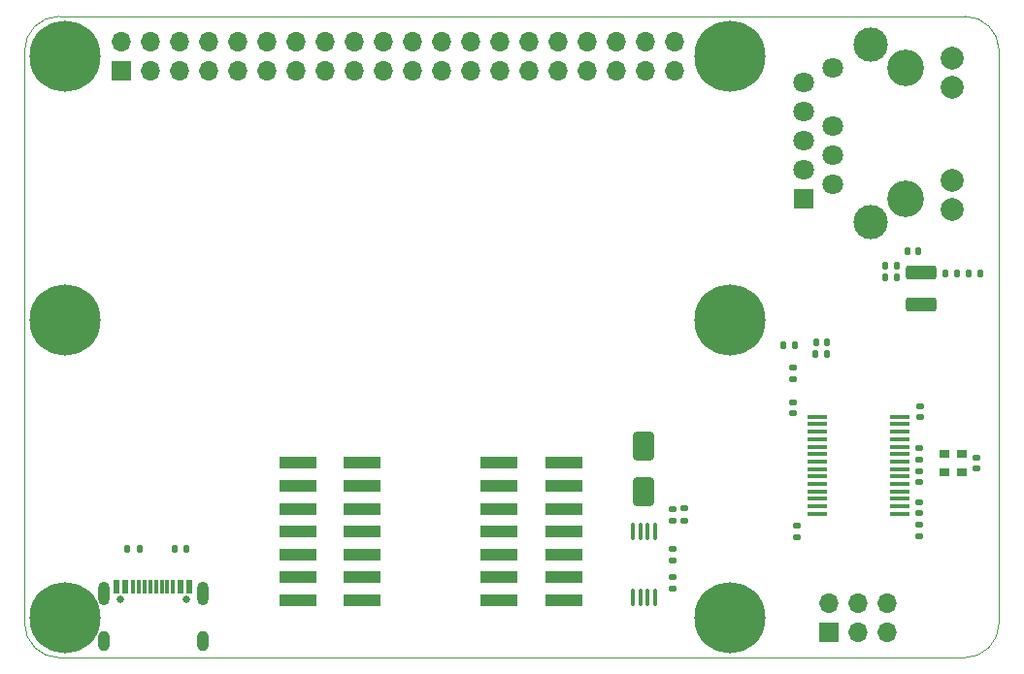
<source format=gbr>
G04 #@! TF.GenerationSoftware,KiCad,Pcbnew,8.0.3*
G04 #@! TF.CreationDate,2024-07-26T16:49:24+02:00*
G04 #@! TF.ProjectId,ice4pi,69636534-7069-42e6-9b69-6361645f7063,rev?*
G04 #@! TF.SameCoordinates,PX2faf080PY2ebae40*
G04 #@! TF.FileFunction,Soldermask,Top*
G04 #@! TF.FilePolarity,Negative*
%FSLAX46Y46*%
G04 Gerber Fmt 4.6, Leading zero omitted, Abs format (unit mm)*
G04 Created by KiCad (PCBNEW 8.0.3) date 2024-07-26 16:49:24*
%MOMM*%
%LPD*%
G01*
G04 APERTURE LIST*
G04 Aperture macros list*
%AMRoundRect*
0 Rectangle with rounded corners*
0 $1 Rounding radius*
0 $2 $3 $4 $5 $6 $7 $8 $9 X,Y pos of 4 corners*
0 Add a 4 corners polygon primitive as box body*
4,1,4,$2,$3,$4,$5,$6,$7,$8,$9,$2,$3,0*
0 Add four circle primitives for the rounded corners*
1,1,$1+$1,$2,$3*
1,1,$1+$1,$4,$5*
1,1,$1+$1,$6,$7*
1,1,$1+$1,$8,$9*
0 Add four rect primitives between the rounded corners*
20,1,$1+$1,$2,$3,$4,$5,0*
20,1,$1+$1,$4,$5,$6,$7,0*
20,1,$1+$1,$6,$7,$8,$9,0*
20,1,$1+$1,$8,$9,$2,$3,0*%
G04 Aperture macros list end*
%ADD10RoundRect,0.135000X0.135000X0.185000X-0.135000X0.185000X-0.135000X-0.185000X0.135000X-0.185000X0*%
%ADD11RoundRect,0.140000X0.170000X-0.140000X0.170000X0.140000X-0.170000X0.140000X-0.170000X-0.140000X0*%
%ADD12RoundRect,0.100000X-0.100000X0.637500X-0.100000X-0.637500X0.100000X-0.637500X0.100000X0.637500X0*%
%ADD13RoundRect,0.135000X0.185000X-0.135000X0.185000X0.135000X-0.185000X0.135000X-0.185000X-0.135000X0*%
%ADD14RoundRect,0.135000X-0.185000X0.135000X-0.185000X-0.135000X0.185000X-0.135000X0.185000X0.135000X0*%
%ADD15RoundRect,0.250000X-0.650000X1.000000X-0.650000X-1.000000X0.650000X-1.000000X0.650000X1.000000X0*%
%ADD16C,6.200000*%
%ADD17R,0.850000X0.650000*%
%ADD18RoundRect,0.135000X-0.135000X-0.185000X0.135000X-0.185000X0.135000X0.185000X-0.135000X0.185000X0*%
%ADD19C,0.650000*%
%ADD20R,0.600000X1.150000*%
%ADD21R,0.300000X1.150000*%
%ADD22O,1.000000X2.100000*%
%ADD23O,1.000000X1.800000*%
%ADD24RoundRect,0.140000X0.140000X0.170000X-0.140000X0.170000X-0.140000X-0.170000X0.140000X-0.170000X0*%
%ADD25RoundRect,0.140000X-0.170000X0.140000X-0.170000X-0.140000X0.170000X-0.140000X0.170000X0.140000X0*%
%ADD26C,3.200000*%
%ADD27R,1.800000X1.800000*%
%ADD28C,1.800000*%
%ADD29C,2.000000*%
%ADD30C,3.000000*%
%ADD31R,1.750000X0.450000*%
%ADD32RoundRect,0.140000X-0.140000X-0.170000X0.140000X-0.170000X0.140000X0.170000X-0.140000X0.170000X0*%
%ADD33R,1.700000X1.700000*%
%ADD34O,1.700000X1.700000*%
%ADD35R,3.200000X1.000000*%
%ADD36RoundRect,0.250000X1.075000X-0.375000X1.075000X0.375000X-1.075000X0.375000X-1.075000X-0.375000X0*%
G04 #@! TA.AperFunction,Profile*
%ADD37C,0.050000*%
G04 #@! TD*
G04 APERTURE END LIST*
D10*
X10000000Y-46500000D03*
X8980000Y-46500000D03*
D11*
X56500000Y-49960000D03*
X56500000Y-49000000D03*
D12*
X55000000Y-45000000D03*
X54350000Y-45000000D03*
X53700000Y-45000000D03*
X53050000Y-45000000D03*
X53050000Y-50725000D03*
X53700000Y-50725000D03*
X54350000Y-50725000D03*
X55000000Y-50725000D03*
D13*
X57500000Y-44010000D03*
X57500000Y-42990000D03*
X56500000Y-44020000D03*
X56500000Y-43000000D03*
D14*
X56500000Y-46490000D03*
X56500000Y-47510000D03*
D15*
X54000000Y-41500000D03*
X54000000Y-37500000D03*
D16*
X3500000Y-3500000D03*
X3500000Y-52500000D03*
X61500000Y-52500000D03*
D17*
X81775000Y-39825000D03*
X81775000Y-38175000D03*
X80225000Y-38175000D03*
X80225000Y-39825000D03*
D11*
X78000000Y-40680000D03*
X78000000Y-39720000D03*
D18*
X80290732Y-22491962D03*
X81310732Y-22491962D03*
X13090000Y-46500000D03*
X14110000Y-46500000D03*
X82339536Y-22499999D03*
X83359536Y-22499999D03*
D19*
X8310000Y-50895000D03*
X14090000Y-50895000D03*
D20*
X8000000Y-49820000D03*
X8800000Y-49820000D03*
D21*
X9950000Y-49820000D03*
X10950000Y-49820000D03*
X11450000Y-49820000D03*
X12450000Y-49820000D03*
D20*
X13600000Y-49820000D03*
X14400000Y-49820000D03*
X14400000Y-49820000D03*
X13600000Y-49820000D03*
D21*
X12950000Y-49820000D03*
X11950000Y-49820000D03*
X10450000Y-49820000D03*
X9450000Y-49820000D03*
D20*
X8800000Y-49820000D03*
X8000000Y-49820000D03*
D22*
X6880000Y-50395000D03*
D23*
X6880000Y-54575000D03*
D22*
X15520000Y-50395000D03*
D23*
X15520000Y-54575000D03*
D10*
X76110000Y-22800000D03*
X75090000Y-22800000D03*
D24*
X77980000Y-20500000D03*
X77020000Y-20500000D03*
D25*
X78000000Y-44420000D03*
X78000000Y-45380000D03*
D14*
X67000000Y-30680000D03*
X67000000Y-31700000D03*
D10*
X76110000Y-21800000D03*
X75090000Y-21800000D03*
D11*
X78000000Y-43380000D03*
X78000000Y-42420000D03*
D16*
X61500000Y-26500000D03*
X61500000Y-3500000D03*
D11*
X78100000Y-34980000D03*
X78100000Y-34020000D03*
D14*
X67400000Y-44490000D03*
X67400000Y-45510000D03*
D26*
X76850000Y-15965000D03*
X76850000Y-4535000D03*
D27*
X67960000Y-15965000D03*
D28*
X70500000Y-14695000D03*
X67960000Y-13425000D03*
X70500000Y-12155000D03*
X67960000Y-10885000D03*
X70500000Y-9615000D03*
X67960000Y-8345000D03*
X67960000Y-5805000D03*
X70500000Y-4535000D03*
D29*
X80910000Y-16885000D03*
X80910000Y-14345000D03*
X80910000Y-6165000D03*
X80910000Y-3625000D03*
D30*
X73800000Y-18005000D03*
X73800000Y-2505000D03*
D31*
X69100000Y-34975000D03*
X69100000Y-35625000D03*
X69100000Y-36275000D03*
X69100000Y-36925000D03*
X69100000Y-37575000D03*
X69100000Y-38225000D03*
X69100000Y-38875000D03*
X69100000Y-39525000D03*
X69100000Y-40175000D03*
X69100000Y-40825000D03*
X69100000Y-41475000D03*
X69100000Y-42125000D03*
X69100000Y-42775000D03*
X69100000Y-43425000D03*
X76300000Y-43425000D03*
X76300000Y-42775000D03*
X76300000Y-42125000D03*
X76300000Y-41475000D03*
X76300000Y-40825000D03*
X76300000Y-40175000D03*
X76300000Y-39525000D03*
X76300000Y-38875000D03*
X76300000Y-38225000D03*
X76300000Y-37575000D03*
X76300000Y-36925000D03*
X76300000Y-36275000D03*
X76300000Y-35625000D03*
X76300000Y-34975000D03*
D16*
X3500000Y-26500000D03*
D11*
X83000000Y-39480000D03*
X83000000Y-38520000D03*
D32*
X69020000Y-28500000D03*
X69980000Y-28500000D03*
D33*
X70160000Y-53770000D03*
D34*
X70160000Y-51230000D03*
X72700000Y-53770000D03*
X72700000Y-51230000D03*
X75240000Y-53770000D03*
X75240000Y-51230000D03*
D25*
X78000000Y-37720000D03*
X78000000Y-38680000D03*
D18*
X66190000Y-28700000D03*
X67210000Y-28700000D03*
D35*
X47000000Y-49000000D03*
X47000000Y-47000000D03*
X47000000Y-45000000D03*
X47000000Y-43000000D03*
X47000000Y-41000000D03*
X47000000Y-39000000D03*
X41400000Y-49000000D03*
X41400000Y-47000000D03*
X41400000Y-45000000D03*
X41400000Y-43000000D03*
X41400000Y-41000000D03*
X41400000Y-39000000D03*
X29400000Y-49000000D03*
X29400000Y-47000000D03*
X29400000Y-45000000D03*
X29400000Y-43000000D03*
X29400000Y-41000000D03*
X29400000Y-39000000D03*
X23800000Y-49000000D03*
X23800000Y-47000000D03*
X23800000Y-45000000D03*
X23800000Y-43000000D03*
X23800000Y-41000000D03*
X23800000Y-39000000D03*
X47000000Y-51000000D03*
X41400000Y-51000000D03*
X29400000Y-51000000D03*
X23800000Y-51000000D03*
D10*
X70010000Y-29500000D03*
X68990000Y-29500000D03*
D11*
X67000000Y-34680000D03*
X67000000Y-33720000D03*
D36*
X78221383Y-25207111D03*
X78221383Y-22407111D03*
D33*
X8400000Y-4800000D03*
D34*
X8400000Y-2260000D03*
X10940000Y-4800000D03*
X10940000Y-2260000D03*
X13480000Y-4800000D03*
X13480000Y-2260000D03*
X16020000Y-4800000D03*
X16020000Y-2260000D03*
X18560000Y-4800000D03*
X18560000Y-2260000D03*
X21100000Y-4800000D03*
X21100000Y-2260000D03*
X23640000Y-4800000D03*
X23640000Y-2260000D03*
X26180000Y-4800000D03*
X26180000Y-2260000D03*
X28720000Y-4800000D03*
X28720000Y-2260000D03*
X31260000Y-4800000D03*
X31260000Y-2260000D03*
X33800000Y-4800000D03*
X33800000Y-2260000D03*
X36340000Y-4800000D03*
X36340000Y-2260000D03*
X38880000Y-4800000D03*
X38880000Y-2260000D03*
X41420000Y-4800000D03*
X41420000Y-2260000D03*
X43960000Y-4800000D03*
X43960000Y-2260000D03*
X46500000Y-4800000D03*
X46500000Y-2260000D03*
X49040000Y-4800000D03*
X49040000Y-2260000D03*
X51580000Y-4800000D03*
X51580000Y-2260000D03*
X54120000Y-4800000D03*
X54120000Y-2260000D03*
X56660000Y-4800000D03*
X56660000Y-2260000D03*
D37*
X62870328Y-26500000D02*
G75*
G02*
X60129672Y-26500000I-1370328J0D01*
G01*
X60129672Y-26500000D02*
G75*
G02*
X62870328Y-26500000I1370328J0D01*
G01*
X82000000Y0D02*
G75*
G02*
X85000000Y-3000000I0J-3000000D01*
G01*
X85000000Y-53000000D02*
G75*
G02*
X82000000Y-56000000I-3000000J0D01*
G01*
X3000000Y-56000000D02*
G75*
G02*
X0Y-53000000I0J3000000D01*
G01*
X0Y-3000000D02*
G75*
G02*
X3000000Y0I3000000J0D01*
G01*
X0Y-53000000D02*
X0Y-3000000D01*
X82000000Y-56000000D02*
X3000000Y-56000000D01*
X85000000Y-3000000D02*
X85000000Y-53000000D01*
X3000000Y0D02*
X82000000Y0D01*
X62870328Y-3500000D02*
G75*
G02*
X60129672Y-3500000I-1370328J0D01*
G01*
X60129672Y-3500000D02*
G75*
G02*
X62870328Y-3500000I1370328J0D01*
G01*
X4870328Y-26500000D02*
G75*
G02*
X2129672Y-26500000I-1370328J0D01*
G01*
X2129672Y-26500000D02*
G75*
G02*
X4870328Y-26500000I1370328J0D01*
G01*
X4870328Y-3500000D02*
G75*
G02*
X2129672Y-3500000I-1370328J0D01*
G01*
X2129672Y-3500000D02*
G75*
G02*
X4870328Y-3500000I1370328J0D01*
G01*
M02*

</source>
